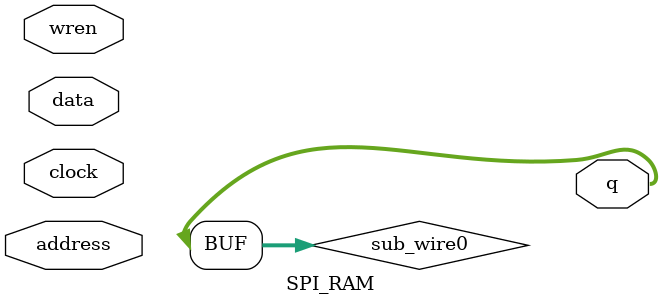
<source format=v>
`timescale 1 ps / 1 ps
module SPI_RAM (
	address,
	clock,
	data,
	wren,
	q);

	input	[6:0]  address;
	input	  clock;
	input	[15:0]  data;
	input	  wren;
	output	[15:0]  q;
`ifndef ALTERA_RESERVED_QIS
// synopsys translate_off
`endif
	tri1	  clock;
`ifndef ALTERA_RESERVED_QIS
// synopsys translate_on
`endif

	wire [15:0] sub_wire0;
	wire [15:0] q = sub_wire0[15:0];

	`ifdef IS_ALTERA
	altsyncram	altsyncram_component (
				.address_a (address),
				.clock0 (clock),
				.data_a (data),
				.wren_a (wren),
				.q_a (sub_wire0),
				.aclr0 (1'b0),
				.aclr1 (1'b0),
				.address_b (1'b1),
				.addressstall_a (1'b0),
				.addressstall_b (1'b0),
				.byteena_a (1'b1),
				.byteena_b (1'b1),
				.clock1 (1'b1),
				.clocken0 (1'b1),
				.clocken1 (1'b1),
				.clocken2 (1'b1),
				.clocken3 (1'b1),
				.data_b (1'b1),
				.eccstatus (),
				.q_b (),
				.rden_a (1'b1),
				.rden_b (1'b1),
				.wren_b (1'b0));
	defparam
		altsyncram_component.clock_enable_input_a = "BYPASS",
		altsyncram_component.clock_enable_output_a = "BYPASS",
		altsyncram_component.init_file = "LOOP.hex",
		altsyncram_component.intended_device_family = "MAX 10 FPGA",
		altsyncram_component.lpm_hint = "ENABLE_RUNTIME_MOD=YES,INSTANCE_NAME=SPIR",
		altsyncram_component.lpm_type = "altsyncram",
		altsyncram_component.numwords_a = 128,
		altsyncram_component.operation_mode = "SINGLE_PORT",
		altsyncram_component.outdata_aclr_a = "NONE",
		altsyncram_component.outdata_reg_a = "UNREGISTERED",
		altsyncram_component.power_up_uninitialized = "FALSE",
		altsyncram_component.read_during_write_mode_port_a = "NEW_DATA_NO_NBE_READ",
		altsyncram_component.widthad_a = 7,
		altsyncram_component.width_a = 16,
		altsyncram_component.width_byteena_a = 1;
	`endif

endmodule

</source>
